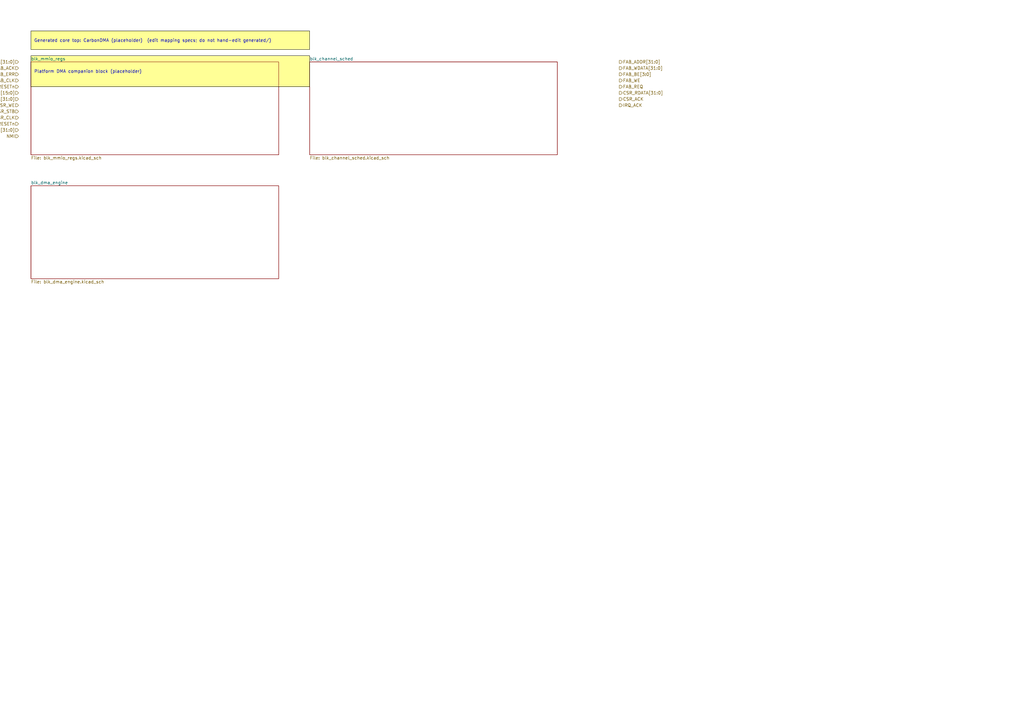
<source format=kicad_sch>
(kicad_sch
	(version 20250114)
	(generator "kicadgen")
	(generator_version "0.2")
	(uuid "1057a7e7-5e30-5680-962f-9eaeef7dfb91")
	(paper "A3")
	(title_block
		(title "CarbonDMA (placeholder) (generated)")
		(company "Project Carbon")
		(comment 1 "Generated - do not edit in generated/")
		(comment 2 "Edit in schem/kicad9/manual/ or refine mapping specs")
	)
	(lib_symbols)
	(text_box
		"Generated core top: CarbonDMA (placeholder)  (edit mapping specs; do not hand-edit generated/)"
		(exclude_from_sim no)
		(at
			12.7
			12.7
			0
		)
		(size 114.3 7.62)
		(margins
			1.27
			1.27
			1.27
			1.27
		)
		(stroke
			(width 0)
			(type default)
			(color
				0
				0
				0
				1
			)
		)
		(fill
			(type color)
			(color
				255
				255
				150
				1
			)
		)
		(effects
			(font
				(size 1.27 1.27)
			)
			(justify left)
		)
		(uuid "2f57cc1b-b9e8-5cbc-8c8c-129145e121b2")
	)
	(text_box
		"Platform DMA companion block (placeholder)"
		(exclude_from_sim no)
		(at
			12.7
			22.86
			0
		)
		(size 114.3 12.7)
		(margins
			1.27
			1.27
			1.27
			1.27
		)
		(stroke
			(width 0)
			(type default)
			(color
				0
				0
				0
				1
			)
		)
		(fill
			(type color)
			(color
				255
				255
				150
				1
			)
		)
		(effects
			(font
				(size 1.27 1.27)
			)
			(justify left)
		)
		(uuid "dfeb2b54-9a01-50cd-af13-bcdabe4a8555")
	)
	(sheet
		(at 12.7 25.4)
		(size 101.6 38.1)
		(exclude_from_sim no)
		(in_bom yes)
		(on_board yes)
		(dnp no)
		(stroke
			(width 0)
			(type solid)
		)
		(fill
			(color
				0
				0
				0
				0
			)
		)
		(uuid "0c782a07-9267-5916-8405-e9eb6fa76216")
		(property
			"Sheetname"
			"blk_mmio_regs"
			(at
				12.7
				24.13
				0
			)
			(effects
				(font
					(size 1.27 1.27)
				)
				(justify left)
			)
		)
		(property
			"Sheetfile"
			"blk_mmio_regs.kicad_sch"
			(at
				12.7
				64.77
				0
			)
			(effects
				(font
					(size 1.27 1.27)
				)
				(justify left)
			)
		)
		(instances
			(project
				"core_CarbonDMA"
				(path
					"/1057a7e7-5e30-5680-962f-9eaeef7dfb91"
					(page "2")
				)
			)
		)
	)
	(sheet
		(at 127 25.4)
		(size 101.6 38.1)
		(exclude_from_sim no)
		(in_bom yes)
		(on_board yes)
		(dnp no)
		(stroke
			(width 0)
			(type solid)
		)
		(fill
			(color
				0
				0
				0
				0
			)
		)
		(uuid "d1710d74-0d39-5c54-8d20-9a8e8bc16120")
		(property
			"Sheetname"
			"blk_channel_sched"
			(at
				127
				24.13
				0
			)
			(effects
				(font
					(size 1.27 1.27)
				)
				(justify left)
			)
		)
		(property
			"Sheetfile"
			"blk_channel_sched.kicad_sch"
			(at
				127
				64.77
				0
			)
			(effects
				(font
					(size 1.27 1.27)
				)
				(justify left)
			)
		)
		(instances
			(project
				"core_CarbonDMA"
				(path
					"/1057a7e7-5e30-5680-962f-9eaeef7dfb91"
					(page "3")
				)
			)
		)
	)
	(sheet
		(at 12.7 76.2)
		(size 101.6 38.1)
		(exclude_from_sim no)
		(in_bom yes)
		(on_board yes)
		(dnp no)
		(stroke
			(width 0)
			(type solid)
		)
		(fill
			(color
				0
				0
				0
				0
			)
		)
		(uuid "630b22c8-1183-530e-9543-e5f036c1e3d5")
		(property
			"Sheetname"
			"blk_dma_engine"
			(at
				12.7
				74.93
				0
			)
			(effects
				(font
					(size 1.27 1.27)
				)
				(justify left)
			)
		)
		(property
			"Sheetfile"
			"blk_dma_engine.kicad_sch"
			(at
				12.7
				115.57
				0
			)
			(effects
				(font
					(size 1.27 1.27)
				)
				(justify left)
			)
		)
		(instances
			(project
				"core_CarbonDMA"
				(path
					"/1057a7e7-5e30-5680-962f-9eaeef7dfb91"
					(page "4")
				)
			)
		)
	)
	(hierarchical_label
		"FAB_ADDR[31:0]"
		(shape output)
		(at
			254
			25.4
			0
		)
		(effects
			(font
				(size 1.27 1.27)
			)
			(justify left)
		)
		(uuid "3d437170-fa72-5cde-8163-3132359bb792")
	)
	(hierarchical_label
		"FAB_WDATA[31:0]"
		(shape output)
		(at
			254
			27.94
			0
		)
		(effects
			(font
				(size 1.27 1.27)
			)
			(justify left)
		)
		(uuid "8c98820f-6b3c-5ef7-8822-a89b60e18c2c")
	)
	(hierarchical_label
		"FAB_RDATA[31:0]"
		(shape input)
		(at
			7.62
			25.4
			180
		)
		(effects
			(font
				(size 1.27 1.27)
			)
			(justify right)
		)
		(uuid "d20adfc0-5eb9-50d1-9175-530fb52c5390")
	)
	(hierarchical_label
		"FAB_BE[3:0]"
		(shape output)
		(at
			254
			30.48
			0
		)
		(effects
			(font
				(size 1.27 1.27)
			)
			(justify left)
		)
		(uuid "c352bdd9-9862-5c6c-8b70-35f8b5fdba3c")
	)
	(hierarchical_label
		"FAB_WE"
		(shape output)
		(at
			254
			33.02
			0
		)
		(effects
			(font
				(size 1.27 1.27)
			)
			(justify left)
		)
		(uuid "ffa974ea-2f61-5f08-804b-cf28293e1d8a")
	)
	(hierarchical_label
		"FAB_REQ"
		(shape output)
		(at
			254
			35.56
			0
		)
		(effects
			(font
				(size 1.27 1.27)
			)
			(justify left)
		)
		(uuid "2bfe2db6-98b9-5a76-a8f3-45e33e8c0c0a")
	)
	(hierarchical_label
		"FAB_ACK"
		(shape input)
		(at
			7.62
			27.94
			180
		)
		(effects
			(font
				(size 1.27 1.27)
			)
			(justify right)
		)
		(uuid "d28d8dcb-642b-5b30-803b-a3473fbba6c0")
	)
	(hierarchical_label
		"FAB_ERR"
		(shape input)
		(at
			7.62
			30.48
			180
		)
		(effects
			(font
				(size 1.27 1.27)
			)
			(justify right)
		)
		(uuid "93cc888c-e7d9-59cc-9b23-b6cbcf90d575")
	)
	(hierarchical_label
		"FAB_CLK"
		(shape input)
		(at
			7.62
			33.02
			180
		)
		(effects
			(font
				(size 1.27 1.27)
			)
			(justify right)
		)
		(uuid "0fa613e6-33bd-5d4a-9772-160370a5c224")
	)
	(hierarchical_label
		"FAB_RESETn"
		(shape input)
		(at
			7.62
			35.56
			180
		)
		(effects
			(font
				(size 1.27 1.27)
			)
			(justify right)
		)
		(uuid "394de3e9-91b6-5a7f-ad7a-23132c76a6e4")
	)
	(hierarchical_label
		"CSR_ADDR[15:0]"
		(shape input)
		(at
			7.62
			38.1
			180
		)
		(effects
			(font
				(size 1.27 1.27)
			)
			(justify right)
		)
		(uuid "0bdde047-5068-52a8-8884-bbd47e302421")
	)
	(hierarchical_label
		"CSR_WDATA[31:0]"
		(shape input)
		(at
			7.62
			40.64
			180
		)
		(effects
			(font
				(size 1.27 1.27)
			)
			(justify right)
		)
		(uuid "5ab1f609-3729-5c61-8d8f-7fcd3b857201")
	)
	(hierarchical_label
		"CSR_RDATA[31:0]"
		(shape output)
		(at
			254
			38.1
			0
		)
		(effects
			(font
				(size 1.27 1.27)
			)
			(justify left)
		)
		(uuid "38493d3e-4074-5283-a303-f2c11fd07656")
	)
	(hierarchical_label
		"CSR_WE"
		(shape input)
		(at
			7.62
			43.18
			180
		)
		(effects
			(font
				(size 1.27 1.27)
			)
			(justify right)
		)
		(uuid "e0bd25a6-e680-59c4-903a-f5213114567c")
	)
	(hierarchical_label
		"CSR_STB"
		(shape input)
		(at
			7.62
			45.72
			180
		)
		(effects
			(font
				(size 1.27 1.27)
			)
			(justify right)
		)
		(uuid "a1ad7d9a-1444-5e65-8851-0c576b328f38")
	)
	(hierarchical_label
		"CSR_ACK"
		(shape output)
		(at
			254
			40.64
			0
		)
		(effects
			(font
				(size 1.27 1.27)
			)
			(justify left)
		)
		(uuid "9512118f-d659-55a8-a8ab-44efb19ab5e2")
	)
	(hierarchical_label
		"CSR_CLK"
		(shape input)
		(at
			7.62
			48.26
			180
		)
		(effects
			(font
				(size 1.27 1.27)
			)
			(justify right)
		)
		(uuid "5d03dc71-0243-5e93-b8f9-fbf16bfc2a2e")
	)
	(hierarchical_label
		"CSR_RESETn"
		(shape input)
		(at
			7.62
			50.8
			180
		)
		(effects
			(font
				(size 1.27 1.27)
			)
			(justify right)
		)
		(uuid "096dc073-e577-59fa-b907-797b4587c84a")
	)
	(hierarchical_label
		"IRQ[31:0]"
		(shape input)
		(at
			7.62
			53.34
			180
		)
		(effects
			(font
				(size 1.27 1.27)
			)
			(justify right)
		)
		(uuid "6a5e1036-92c4-5381-8249-71f974366628")
	)
	(hierarchical_label
		"NMI"
		(shape input)
		(at
			7.62
			55.88
			180
		)
		(effects
			(font
				(size 1.27 1.27)
			)
			(justify right)
		)
		(uuid "ce258f00-83b9-58d1-96bd-1b15b168fefa")
	)
	(hierarchical_label
		"IRQ_ACK"
		(shape output)
		(at
			254
			43.18
			0
		)
		(effects
			(font
				(size 1.27 1.27)
			)
			(justify left)
		)
		(uuid "88cab092-ed75-57e9-972d-ab2b33d2336e")
	)
	(sheet_instances
		(path
			"/"
			(page "1")
		)
	)
	(embedded_fonts no)
)

</source>
